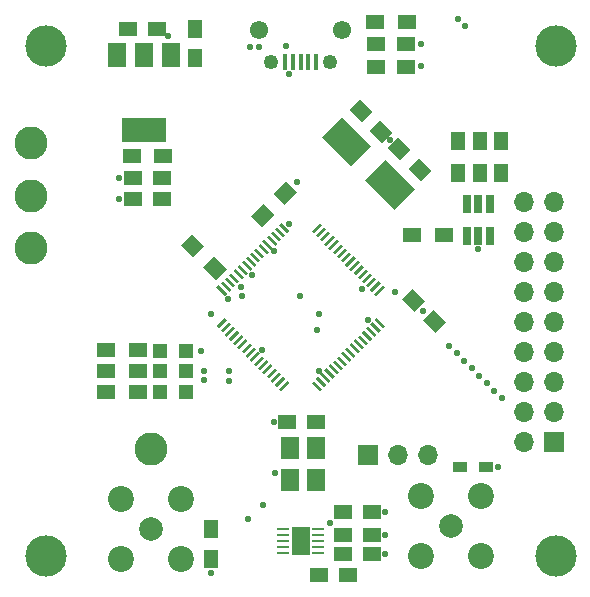
<source format=gts>
%TF.GenerationSoftware,KiCad,Pcbnew,4.0.6-e0-6349~53~ubuntu16.04.1*%
%TF.CreationDate,2017-04-07T11:05:52-07:00*%
%TF.ProjectId,waveform-generator,77617665666F726D2D67656E65726174,rev?*%
%TF.FileFunction,Soldermask,Top*%
%FSLAX46Y46*%
G04 Gerber Fmt 4.6, Leading zero omitted, Abs format (unit mm)*
G04 Created by KiCad (PCBNEW 4.0.6-e0-6349~53~ubuntu16.04.1) date Fri Apr  7 11:05:52 2017*
%MOMM*%
%LPD*%
G01*
G04 APERTURE LIST*
%ADD10C,0.100000*%
%ADD11R,0.400000X1.350000*%
%ADD12C,1.250000*%
%ADD13C,1.550000*%
%ADD14C,3.500000*%
%ADD15R,1.500000X1.250000*%
%ADD16R,1.250000X1.500000*%
%ADD17R,1.200000X1.200000*%
%ADD18C,2.200000*%
%ADD19C,2.000000*%
%ADD20R,1.700000X1.700000*%
%ADD21O,1.700000X1.700000*%
%ADD22R,1.500000X1.300000*%
%ADD23R,1.200000X0.900000*%
%ADD24R,1.300000X1.500000*%
%ADD25R,3.800000X2.000000*%
%ADD26R,1.500000X2.000000*%
%ADD27R,0.650000X1.560000*%
%ADD28R,1.640000X2.380000*%
%ADD29R,1.000000X0.250000*%
%ADD30R,1.650000X1.950000*%
%ADD31C,2.800000*%
%ADD32C,0.558800*%
G04 APERTURE END LIST*
D10*
D11*
X49560000Y-22940000D03*
X48910000Y-22940000D03*
X48260000Y-22940000D03*
X47610000Y-22940000D03*
X46960000Y-22940000D03*
D12*
X50760000Y-22940000D03*
X45760000Y-22940000D03*
D13*
X51760000Y-20240000D03*
X44760000Y-20240000D03*
D14*
X69850000Y-64770000D03*
X26670000Y-64770000D03*
X69850000Y-21590000D03*
D10*
G36*
X52364758Y-26996393D02*
X53248642Y-26112509D01*
X54309302Y-27173169D01*
X53425418Y-28057053D01*
X52364758Y-26996393D01*
X52364758Y-26996393D01*
G37*
G36*
X54132524Y-28764159D02*
X55016408Y-27880275D01*
X56077068Y-28940935D01*
X55193184Y-29824819D01*
X54132524Y-28764159D01*
X54132524Y-28764159D01*
G37*
G36*
X59309960Y-32173827D02*
X58426076Y-33057711D01*
X57365416Y-31997051D01*
X58249300Y-31113167D01*
X59309960Y-32173827D01*
X59309960Y-32173827D01*
G37*
G36*
X57542194Y-30406061D02*
X56658310Y-31289945D01*
X55597650Y-30229285D01*
X56481534Y-29345401D01*
X57542194Y-30406061D01*
X57542194Y-30406061D01*
G37*
D15*
X33611500Y-20193000D03*
X36111500Y-20193000D03*
D16*
X39306500Y-22649500D03*
X39306500Y-20149500D03*
D15*
X49573500Y-53403500D03*
X47073500Y-53403500D03*
X51836000Y-62992000D03*
X54336000Y-62992000D03*
X51836000Y-61087000D03*
X54336000Y-61087000D03*
X51836000Y-64643000D03*
X54336000Y-64643000D03*
X52304000Y-66421000D03*
X49804000Y-66421000D03*
D16*
X40640000Y-62504000D03*
X40640000Y-65004000D03*
D15*
X54647784Y-21467386D03*
X57147784Y-21467386D03*
X54647783Y-23372386D03*
X57147783Y-23372386D03*
X36566728Y-32790583D03*
X34066728Y-32790583D03*
X36566728Y-34586634D03*
X34066728Y-34586634D03*
D10*
G36*
X56817845Y-43033229D02*
X57701729Y-42149345D01*
X58762389Y-43210005D01*
X57878505Y-44093889D01*
X56817845Y-43033229D01*
X56817845Y-43033229D01*
G37*
G36*
X58585611Y-44800995D02*
X59469495Y-43917111D01*
X60530155Y-44977771D01*
X59646271Y-45861655D01*
X58585611Y-44800995D01*
X58585611Y-44800995D01*
G37*
D17*
X36365000Y-47434500D03*
X38565000Y-47434500D03*
X36365000Y-50927000D03*
X38565000Y-50927000D03*
X36365000Y-49149000D03*
X38565000Y-49149000D03*
D18*
X58420000Y-64770000D03*
X58420000Y-59690000D03*
X63500000Y-59690000D03*
X63500000Y-64770000D03*
D19*
X60960000Y-62230000D03*
D18*
X33020000Y-65024000D03*
X33020000Y-59944000D03*
X38100000Y-59944000D03*
X38100000Y-65024000D03*
D19*
X35560000Y-62484000D03*
D20*
X69723000Y-55118000D03*
D21*
X67183000Y-55118000D03*
X69723000Y-52578000D03*
X67183000Y-52578000D03*
X69723000Y-50038000D03*
X67183000Y-50038000D03*
X69723000Y-47498000D03*
X67183000Y-47498000D03*
X69723000Y-44958000D03*
X67183000Y-44958000D03*
X69723000Y-42418000D03*
X67183000Y-42418000D03*
X69723000Y-39878000D03*
X67183000Y-39878000D03*
X69723000Y-37338000D03*
X67183000Y-37338000D03*
X69723000Y-34798000D03*
X67183000Y-34798000D03*
D20*
X53975000Y-56261000D03*
D21*
X56515000Y-56261000D03*
X59055000Y-56261000D03*
D22*
X57247784Y-19562387D03*
X54547784Y-19562387D03*
X33952200Y-30886400D03*
X36652200Y-30886400D03*
D23*
X61765000Y-57277000D03*
X63965000Y-57277000D03*
D22*
X34497000Y-47371000D03*
X31797000Y-47371000D03*
X34497000Y-50927000D03*
X31797000Y-50927000D03*
X34497000Y-49149000D03*
X31797000Y-49149000D03*
D24*
X65217519Y-29647991D03*
X65217519Y-32347991D03*
X61625416Y-29647991D03*
X61625416Y-32347991D03*
X63421467Y-29647991D03*
X63421467Y-32347991D03*
D22*
X57705000Y-37592000D03*
X60405000Y-37592000D03*
D10*
G36*
X42013043Y-40458805D02*
X41093805Y-41378043D01*
X40033145Y-40317383D01*
X40952383Y-39398145D01*
X42013043Y-40458805D01*
X42013043Y-40458805D01*
G37*
G36*
X40103855Y-38549617D02*
X39184617Y-39468855D01*
X38123957Y-38408195D01*
X39043195Y-37488957D01*
X40103855Y-38549617D01*
X40103855Y-38549617D01*
G37*
G36*
X45012195Y-36933043D02*
X44092957Y-36013805D01*
X45153617Y-34953145D01*
X46072855Y-35872383D01*
X45012195Y-36933043D01*
X45012195Y-36933043D01*
G37*
G36*
X46921383Y-35023855D02*
X46002145Y-34104617D01*
X47062805Y-33043957D01*
X47982043Y-33963195D01*
X46921383Y-35023855D01*
X46921383Y-35023855D01*
G37*
D25*
X34988500Y-28677000D03*
D26*
X34988500Y-22377000D03*
X32688500Y-22377000D03*
X37288500Y-22377000D03*
D27*
X62362000Y-37655500D03*
X63312000Y-37655500D03*
X64262000Y-37655500D03*
X64262000Y-34955500D03*
X62362000Y-34955500D03*
X63312000Y-34955500D03*
D28*
X48260000Y-63500000D03*
D29*
X49760000Y-64500000D03*
X49760000Y-64000000D03*
X49760000Y-63500000D03*
X49760000Y-63000000D03*
X49760000Y-62500000D03*
X46760000Y-62500000D03*
X46760000Y-63000000D03*
X46760000Y-63500000D03*
X46760000Y-64000000D03*
X46760000Y-64500000D03*
D10*
G36*
X46439200Y-36740676D02*
X46615977Y-36563899D01*
X47323084Y-37271006D01*
X47146307Y-37447783D01*
X46439200Y-36740676D01*
X46439200Y-36740676D01*
G37*
G36*
X46085646Y-37094229D02*
X46262423Y-36917452D01*
X46969530Y-37624559D01*
X46792753Y-37801336D01*
X46085646Y-37094229D01*
X46085646Y-37094229D01*
G37*
G36*
X45732093Y-37447783D02*
X45908870Y-37271006D01*
X46615977Y-37978113D01*
X46439200Y-38154890D01*
X45732093Y-37447783D01*
X45732093Y-37447783D01*
G37*
G36*
X45378540Y-37801336D02*
X45555317Y-37624559D01*
X46262424Y-38331666D01*
X46085647Y-38508443D01*
X45378540Y-37801336D01*
X45378540Y-37801336D01*
G37*
G36*
X45024986Y-38154889D02*
X45201763Y-37978112D01*
X45908870Y-38685219D01*
X45732093Y-38861996D01*
X45024986Y-38154889D01*
X45024986Y-38154889D01*
G37*
G36*
X44671433Y-38508443D02*
X44848210Y-38331666D01*
X45555317Y-39038773D01*
X45378540Y-39215550D01*
X44671433Y-38508443D01*
X44671433Y-38508443D01*
G37*
G36*
X44317879Y-38861996D02*
X44494656Y-38685219D01*
X45201763Y-39392326D01*
X45024986Y-39569103D01*
X44317879Y-38861996D01*
X44317879Y-38861996D01*
G37*
G36*
X43964326Y-39215550D02*
X44141103Y-39038773D01*
X44848210Y-39745880D01*
X44671433Y-39922657D01*
X43964326Y-39215550D01*
X43964326Y-39215550D01*
G37*
G36*
X43610773Y-39569103D02*
X43787550Y-39392326D01*
X44494657Y-40099433D01*
X44317880Y-40276210D01*
X43610773Y-39569103D01*
X43610773Y-39569103D01*
G37*
G36*
X43257219Y-39922656D02*
X43433996Y-39745879D01*
X44141103Y-40452986D01*
X43964326Y-40629763D01*
X43257219Y-39922656D01*
X43257219Y-39922656D01*
G37*
G36*
X42903666Y-40276210D02*
X43080443Y-40099433D01*
X43787550Y-40806540D01*
X43610773Y-40983317D01*
X42903666Y-40276210D01*
X42903666Y-40276210D01*
G37*
G36*
X42550112Y-40629763D02*
X42726889Y-40452986D01*
X43433996Y-41160093D01*
X43257219Y-41336870D01*
X42550112Y-40629763D01*
X42550112Y-40629763D01*
G37*
G36*
X42196559Y-40983317D02*
X42373336Y-40806540D01*
X43080443Y-41513647D01*
X42903666Y-41690424D01*
X42196559Y-40983317D01*
X42196559Y-40983317D01*
G37*
G36*
X41843006Y-41336870D02*
X42019783Y-41160093D01*
X42726890Y-41867200D01*
X42550113Y-42043977D01*
X41843006Y-41336870D01*
X41843006Y-41336870D01*
G37*
G36*
X41489452Y-41690423D02*
X41666229Y-41513646D01*
X42373336Y-42220753D01*
X42196559Y-42397530D01*
X41489452Y-41690423D01*
X41489452Y-41690423D01*
G37*
G36*
X41135899Y-42043977D02*
X41312676Y-41867200D01*
X42019783Y-42574307D01*
X41843006Y-42751084D01*
X41135899Y-42043977D01*
X41135899Y-42043977D01*
G37*
G36*
X41312676Y-45508800D02*
X41135899Y-45332023D01*
X41843006Y-44624916D01*
X42019783Y-44801693D01*
X41312676Y-45508800D01*
X41312676Y-45508800D01*
G37*
G36*
X41666229Y-45862354D02*
X41489452Y-45685577D01*
X42196559Y-44978470D01*
X42373336Y-45155247D01*
X41666229Y-45862354D01*
X41666229Y-45862354D01*
G37*
G36*
X42019783Y-46215907D02*
X41843006Y-46039130D01*
X42550113Y-45332023D01*
X42726890Y-45508800D01*
X42019783Y-46215907D01*
X42019783Y-46215907D01*
G37*
G36*
X42373336Y-46569460D02*
X42196559Y-46392683D01*
X42903666Y-45685576D01*
X43080443Y-45862353D01*
X42373336Y-46569460D01*
X42373336Y-46569460D01*
G37*
G36*
X42726889Y-46923014D02*
X42550112Y-46746237D01*
X43257219Y-46039130D01*
X43433996Y-46215907D01*
X42726889Y-46923014D01*
X42726889Y-46923014D01*
G37*
G36*
X43080443Y-47276567D02*
X42903666Y-47099790D01*
X43610773Y-46392683D01*
X43787550Y-46569460D01*
X43080443Y-47276567D01*
X43080443Y-47276567D01*
G37*
G36*
X43433996Y-47630121D02*
X43257219Y-47453344D01*
X43964326Y-46746237D01*
X44141103Y-46923014D01*
X43433996Y-47630121D01*
X43433996Y-47630121D01*
G37*
G36*
X43787550Y-47983674D02*
X43610773Y-47806897D01*
X44317880Y-47099790D01*
X44494657Y-47276567D01*
X43787550Y-47983674D01*
X43787550Y-47983674D01*
G37*
G36*
X44141103Y-48337227D02*
X43964326Y-48160450D01*
X44671433Y-47453343D01*
X44848210Y-47630120D01*
X44141103Y-48337227D01*
X44141103Y-48337227D01*
G37*
G36*
X44494656Y-48690781D02*
X44317879Y-48514004D01*
X45024986Y-47806897D01*
X45201763Y-47983674D01*
X44494656Y-48690781D01*
X44494656Y-48690781D01*
G37*
G36*
X44848210Y-49044334D02*
X44671433Y-48867557D01*
X45378540Y-48160450D01*
X45555317Y-48337227D01*
X44848210Y-49044334D01*
X44848210Y-49044334D01*
G37*
G36*
X45201763Y-49397888D02*
X45024986Y-49221111D01*
X45732093Y-48514004D01*
X45908870Y-48690781D01*
X45201763Y-49397888D01*
X45201763Y-49397888D01*
G37*
G36*
X45555317Y-49751441D02*
X45378540Y-49574664D01*
X46085647Y-48867557D01*
X46262424Y-49044334D01*
X45555317Y-49751441D01*
X45555317Y-49751441D01*
G37*
G36*
X45908870Y-50104994D02*
X45732093Y-49928217D01*
X46439200Y-49221110D01*
X46615977Y-49397887D01*
X45908870Y-50104994D01*
X45908870Y-50104994D01*
G37*
G36*
X46262423Y-50458548D02*
X46085646Y-50281771D01*
X46792753Y-49574664D01*
X46969530Y-49751441D01*
X46262423Y-50458548D01*
X46262423Y-50458548D01*
G37*
G36*
X46615977Y-50812101D02*
X46439200Y-50635324D01*
X47146307Y-49928217D01*
X47323084Y-50104994D01*
X46615977Y-50812101D01*
X46615977Y-50812101D01*
G37*
G36*
X49196916Y-50104994D02*
X49373693Y-49928217D01*
X50080800Y-50635324D01*
X49904023Y-50812101D01*
X49196916Y-50104994D01*
X49196916Y-50104994D01*
G37*
G36*
X49550470Y-49751441D02*
X49727247Y-49574664D01*
X50434354Y-50281771D01*
X50257577Y-50458548D01*
X49550470Y-49751441D01*
X49550470Y-49751441D01*
G37*
G36*
X49904023Y-49397887D02*
X50080800Y-49221110D01*
X50787907Y-49928217D01*
X50611130Y-50104994D01*
X49904023Y-49397887D01*
X49904023Y-49397887D01*
G37*
G36*
X50257576Y-49044334D02*
X50434353Y-48867557D01*
X51141460Y-49574664D01*
X50964683Y-49751441D01*
X50257576Y-49044334D01*
X50257576Y-49044334D01*
G37*
G36*
X50611130Y-48690781D02*
X50787907Y-48514004D01*
X51495014Y-49221111D01*
X51318237Y-49397888D01*
X50611130Y-48690781D01*
X50611130Y-48690781D01*
G37*
G36*
X50964683Y-48337227D02*
X51141460Y-48160450D01*
X51848567Y-48867557D01*
X51671790Y-49044334D01*
X50964683Y-48337227D01*
X50964683Y-48337227D01*
G37*
G36*
X51318237Y-47983674D02*
X51495014Y-47806897D01*
X52202121Y-48514004D01*
X52025344Y-48690781D01*
X51318237Y-47983674D01*
X51318237Y-47983674D01*
G37*
G36*
X51671790Y-47630120D02*
X51848567Y-47453343D01*
X52555674Y-48160450D01*
X52378897Y-48337227D01*
X51671790Y-47630120D01*
X51671790Y-47630120D01*
G37*
G36*
X52025343Y-47276567D02*
X52202120Y-47099790D01*
X52909227Y-47806897D01*
X52732450Y-47983674D01*
X52025343Y-47276567D01*
X52025343Y-47276567D01*
G37*
G36*
X52378897Y-46923014D02*
X52555674Y-46746237D01*
X53262781Y-47453344D01*
X53086004Y-47630121D01*
X52378897Y-46923014D01*
X52378897Y-46923014D01*
G37*
G36*
X52732450Y-46569460D02*
X52909227Y-46392683D01*
X53616334Y-47099790D01*
X53439557Y-47276567D01*
X52732450Y-46569460D01*
X52732450Y-46569460D01*
G37*
G36*
X53086004Y-46215907D02*
X53262781Y-46039130D01*
X53969888Y-46746237D01*
X53793111Y-46923014D01*
X53086004Y-46215907D01*
X53086004Y-46215907D01*
G37*
G36*
X53439557Y-45862353D02*
X53616334Y-45685576D01*
X54323441Y-46392683D01*
X54146664Y-46569460D01*
X53439557Y-45862353D01*
X53439557Y-45862353D01*
G37*
G36*
X53793110Y-45508800D02*
X53969887Y-45332023D01*
X54676994Y-46039130D01*
X54500217Y-46215907D01*
X53793110Y-45508800D01*
X53793110Y-45508800D01*
G37*
G36*
X54146664Y-45155247D02*
X54323441Y-44978470D01*
X55030548Y-45685577D01*
X54853771Y-45862354D01*
X54146664Y-45155247D01*
X54146664Y-45155247D01*
G37*
G36*
X54500217Y-44801693D02*
X54676994Y-44624916D01*
X55384101Y-45332023D01*
X55207324Y-45508800D01*
X54500217Y-44801693D01*
X54500217Y-44801693D01*
G37*
G36*
X54676994Y-42751084D02*
X54500217Y-42574307D01*
X55207324Y-41867200D01*
X55384101Y-42043977D01*
X54676994Y-42751084D01*
X54676994Y-42751084D01*
G37*
G36*
X54323441Y-42397530D02*
X54146664Y-42220753D01*
X54853771Y-41513646D01*
X55030548Y-41690423D01*
X54323441Y-42397530D01*
X54323441Y-42397530D01*
G37*
G36*
X53969887Y-42043977D02*
X53793110Y-41867200D01*
X54500217Y-41160093D01*
X54676994Y-41336870D01*
X53969887Y-42043977D01*
X53969887Y-42043977D01*
G37*
G36*
X53616334Y-41690424D02*
X53439557Y-41513647D01*
X54146664Y-40806540D01*
X54323441Y-40983317D01*
X53616334Y-41690424D01*
X53616334Y-41690424D01*
G37*
G36*
X53262781Y-41336870D02*
X53086004Y-41160093D01*
X53793111Y-40452986D01*
X53969888Y-40629763D01*
X53262781Y-41336870D01*
X53262781Y-41336870D01*
G37*
G36*
X52909227Y-40983317D02*
X52732450Y-40806540D01*
X53439557Y-40099433D01*
X53616334Y-40276210D01*
X52909227Y-40983317D01*
X52909227Y-40983317D01*
G37*
G36*
X52555674Y-40629763D02*
X52378897Y-40452986D01*
X53086004Y-39745879D01*
X53262781Y-39922656D01*
X52555674Y-40629763D01*
X52555674Y-40629763D01*
G37*
G36*
X52202120Y-40276210D02*
X52025343Y-40099433D01*
X52732450Y-39392326D01*
X52909227Y-39569103D01*
X52202120Y-40276210D01*
X52202120Y-40276210D01*
G37*
G36*
X51848567Y-39922657D02*
X51671790Y-39745880D01*
X52378897Y-39038773D01*
X52555674Y-39215550D01*
X51848567Y-39922657D01*
X51848567Y-39922657D01*
G37*
G36*
X51495014Y-39569103D02*
X51318237Y-39392326D01*
X52025344Y-38685219D01*
X52202121Y-38861996D01*
X51495014Y-39569103D01*
X51495014Y-39569103D01*
G37*
G36*
X51141460Y-39215550D02*
X50964683Y-39038773D01*
X51671790Y-38331666D01*
X51848567Y-38508443D01*
X51141460Y-39215550D01*
X51141460Y-39215550D01*
G37*
G36*
X50787907Y-38861996D02*
X50611130Y-38685219D01*
X51318237Y-37978112D01*
X51495014Y-38154889D01*
X50787907Y-38861996D01*
X50787907Y-38861996D01*
G37*
G36*
X50434353Y-38508443D02*
X50257576Y-38331666D01*
X50964683Y-37624559D01*
X51141460Y-37801336D01*
X50434353Y-38508443D01*
X50434353Y-38508443D01*
G37*
G36*
X50080800Y-38154890D02*
X49904023Y-37978113D01*
X50611130Y-37271006D01*
X50787907Y-37447783D01*
X50080800Y-38154890D01*
X50080800Y-38154890D01*
G37*
G36*
X49727247Y-37801336D02*
X49550470Y-37624559D01*
X50257577Y-36917452D01*
X50434354Y-37094229D01*
X49727247Y-37801336D01*
X49727247Y-37801336D01*
G37*
G36*
X49373693Y-37447783D02*
X49196916Y-37271006D01*
X49904023Y-36563899D01*
X50080800Y-36740676D01*
X49373693Y-37447783D01*
X49373693Y-37447783D01*
G37*
G36*
X50074438Y-29290953D02*
X51771494Y-27593897D01*
X54246368Y-30068771D01*
X52549312Y-31765827D01*
X50074438Y-29290953D01*
X50074438Y-29290953D01*
G37*
G36*
X53751394Y-32967909D02*
X55448450Y-31270853D01*
X57923324Y-33745727D01*
X56226268Y-35442783D01*
X53751394Y-32967909D01*
X53751394Y-32967909D01*
G37*
D30*
X47350500Y-55606500D03*
X47350500Y-58356500D03*
X49550500Y-58356500D03*
X49550500Y-55606500D03*
D31*
X25400000Y-29845000D03*
X25400000Y-34290000D03*
X25400000Y-38735000D03*
X35560000Y-55753000D03*
D14*
X26670000Y-21590000D03*
D32*
X46990000Y-21590000D03*
X50721170Y-61987580D03*
X53441600Y-42214800D03*
X43180000Y-42037000D03*
X32893000Y-32766000D03*
X58483500Y-23304500D03*
X58483500Y-21463000D03*
X58610500Y-44069000D03*
X43307000Y-42735500D03*
X32905700Y-34569400D03*
X39814500Y-47434500D03*
X48260000Y-63055500D03*
X48260000Y-64008000D03*
X46101000Y-57785000D03*
X45974000Y-53403520D03*
X40640000Y-66230500D03*
X64960500Y-57277000D03*
X55435500Y-61087000D03*
X55435500Y-62992000D03*
X55435500Y-64643000D03*
X63317864Y-38798500D03*
X47942500Y-33083500D03*
X47244000Y-36639500D03*
X47307500Y-24003000D03*
X37020500Y-20764500D03*
X55816500Y-29564251D03*
X44132500Y-40957452D03*
X46037500Y-38989000D03*
X53975000Y-44831000D03*
X49784000Y-49085500D03*
X45021500Y-47307500D03*
X44704000Y-21717000D03*
X43942000Y-21717008D03*
X61595000Y-19304000D03*
X62166500Y-19875500D03*
X56235600Y-42418000D03*
X49784000Y-44297600D03*
X49656986Y-45656500D03*
X48196500Y-42735500D03*
X40068500Y-49911000D03*
X42164000Y-49974500D03*
X40068500Y-49149000D03*
X42227500Y-49149000D03*
X65278000Y-51435000D03*
X64643000Y-50800000D03*
X64008000Y-50165000D03*
X63373000Y-49530000D03*
X62738000Y-48895000D03*
X62103000Y-48260000D03*
X61468000Y-47625000D03*
X60833000Y-46990000D03*
X42100500Y-42989500D03*
X40703506Y-44323000D03*
X45072300Y-60439300D03*
X43827700Y-61683900D03*
M02*

</source>
